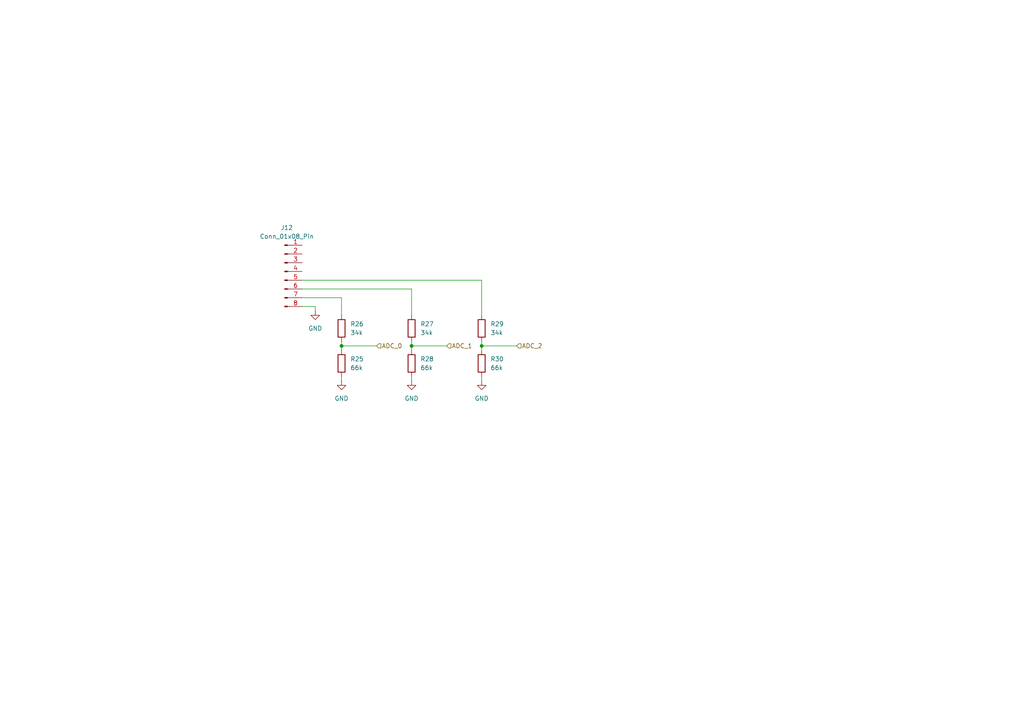
<source format=kicad_sch>
(kicad_sch (version 20250114) (generator "eeschema") (generator_version "9.0")
  (paper "A4")
  (lib_symbols
    (symbol "Connector:Conn_01x08_Pin" (pin_names (offset 1.016) (hide yes))
      (property "Reference" "J" (at 0 10.16 0))
      (property "Value" "Conn_01x08_Pin" (at 0 -12.7 0))
      (symbol "Conn_01x08_Pin_1_1"
        (rectangle (start 0.8636 7.747) (end 0 7.493) (stroke (width 0.1524)) (fill (type outline)))
        (rectangle (start 0.8636 5.207) (end 0 4.953) (stroke (width 0.1524)) (fill (type outline)))
        (rectangle (start 0.8636 2.667) (end 0 2.413) (stroke (width 0.1524)) (fill (type outline)))
        (rectangle (start 0.8636 0.127) (end 0 -0.127) (stroke (width 0.1524)) (fill (type outline)))
        (rectangle (start 0.8636 -2.413) (end 0 -2.667) (stroke (width 0.1524)) (fill (type outline)))
        (rectangle (start 0.8636 -4.953) (end 0 -5.207) (stroke (width 0.1524)) (fill (type outline)))
        (rectangle (start 0.8636 -7.493) (end 0 -7.747) (stroke (width 0.1524)) (fill (type outline)))
        (rectangle (start 0.8636 -10.033) (end 0 -10.287) (stroke (width 0.1524)) (fill (type outline)))
        (polyline (pts (xy 1.27 7.62) (xy 0.8636 7.62)) (stroke (width 0.1524)))
        (polyline (pts (xy 1.27 5.08) (xy 0.8636 5.08)) (stroke (width 0.1524)))
        (polyline (pts (xy 1.27 2.54) (xy 0.8636 2.54)) (stroke (width 0.1524)))
        (polyline (pts (xy 1.27 0) (xy 0.8636 0)) (stroke (width 0.1524)))
        (polyline (pts (xy 1.27 -2.54) (xy 0.8636 -2.54)) (stroke (width 0.1524)))
        (polyline (pts (xy 1.27 -5.08) (xy 0.8636 -5.08)) (stroke (width 0.1524)))
        (polyline (pts (xy 1.27 -7.62) (xy 0.8636 -7.62)) (stroke (width 0.1524)))
        (polyline (pts (xy 1.27 -10.16) (xy 0.8636 -10.16)) (stroke (width 0.1524)))
        (pin passive line (at 5.08 7.62 180) (length 3.81) (name "Pin_1") (number "1"))
        (pin passive line (at 5.08 5.08 180) (length 3.81) (name "Pin_2") (number "2"))
        (pin passive line (at 5.08 2.54 180) (length 3.81) (name "Pin_3") (number "3"))
        (pin passive line (at 5.08 0 180) (length 3.81) (name "Pin_4") (number "4"))
        (pin passive line (at 5.08 -2.54 180) (length 3.81) (name "Pin_5") (number "5"))
        (pin passive line (at 5.08 -5.08 180) (length 3.81) (name "Pin_6") (number "6"))
        (pin passive line (at 5.08 -7.62 180) (length 3.81) (name "Pin_7") (number "7"))
        (pin passive line (at 5.08 -10.16 180) (length 3.81) (name "Pin_8") (number "8"))
      )
    )
    (symbol "Device:R" (pin_numbers (hide yes)) (pin_names (offset 0))
      (property "Reference" "R" (at 2.032 0 90))
      (property "Value" "R" (at 0 0 90))
      (symbol "R_0_1"
        (rectangle (start -1.016 -2.54) (end 1.016 2.54) (stroke (width 0.254)))
      )
      (symbol "R_1_1"
        (pin passive line (at 0 3.81 270) (length 1.27) (name "~") (number "1"))
        (pin passive line (at 0 -3.81 90) (length 1.27) (name "~") (number "2"))
      )
    )
    (symbol "power:GND" (power) (pin_numbers (hide yes)) (pin_names (offset 0) (hide yes))
      (property "Value" "GND" (at 0 -3.81 0))
      (symbol "GND_0_1"
        (polyline (pts (xy 0 0) (xy 0 -1.27) (xy 1.27 -1.27) (xy 0 -2.54) (xy -1.27 -1.27) (xy 0 -1.27)))
      )
      (symbol "GND_1_1"
        (pin power_in line (at 0 0 270) (length 0) (name "~") (number "1"))
      )
    )
  )
  (junction (at 139.7 100.33))
  (junction (at 119.38 100.33))
  (junction (at 99.06 100.33))
  (wire (pts (xy 87.63 81.28) (xy 139.7 81.28)))
  (wire (pts (xy 99.06 110.49) (xy 99.06 109.22)))
  (wire (pts (xy 119.38 99.06) (xy 119.38 100.33)))
  (wire (pts (xy 119.38 83.82) (xy 119.38 91.44)))
  (wire (pts (xy 119.38 110.49) (xy 119.38 109.22)))
  (wire (pts (xy 139.7 99.06) (xy 139.7 100.33)))
  (wire (pts (xy 139.7 110.49) (xy 139.7 109.22)))
  (wire (pts (xy 87.63 86.36) (xy 99.06 86.36)))
  (wire (pts (xy 99.06 100.33) (xy 109.22 100.33)))
  (wire (pts (xy 87.63 88.9) (xy 91.44 88.9)))
  (wire (pts (xy 99.06 99.06) (xy 99.06 100.33)))
  (wire (pts (xy 99.06 91.44) (xy 99.06 86.36)))
  (wire (pts (xy 99.06 100.33) (xy 99.06 101.6)))
  (wire (pts (xy 119.38 100.33) (xy 119.38 101.6)))
  (wire (pts (xy 139.7 81.28) (xy 139.7 91.44)))
  (wire (pts (xy 91.44 88.9) (xy 91.44 90.17)))
  (wire (pts (xy 87.63 83.82) (xy 119.38 83.82)))
  (wire (pts (xy 139.7 100.33) (xy 139.7 101.6)))
  (wire (pts (xy 119.38 100.33) (xy 129.54 100.33)))
  (wire (pts (xy 139.7 100.33) (xy 149.86 100.33)))
  (hierarchical_label "ADC_2" (shape input) (at 149.86 100.33 0))
  (hierarchical_label "ADC_1" (shape input) (at 129.54 100.33 0))
  (hierarchical_label "ADC_0" (shape input) (at 109.22 100.33 0))
  (symbol (lib_id "power:GND") (at 119.38 110.49 0) (unit 1)
    (property "Reference" "#PWR0109" (effects (hide yes)))
    (property "Value" "GND" (at 119.38 115.57 0))
    (property "Description" "Power symbol creates a global label with name \"GND\" , ground" (effects (hide yes)))
  )
  (symbol (lib_id "Device:R") (at 139.7 105.41 0) (unit 1)
    (property "Reference" "R30" (at 142.24 104.1399 0) (effects (justify left)))
    (property "Value" "66k" (at 142.24 106.6799 0) (effects (justify left)))
    (property "Description" "Resistor" (effects (hide yes)))
  )
  (symbol (lib_id "Device:R") (at 139.7 95.25 0) (unit 1)
    (property "Reference" "R29" (at 142.24 93.9799 0) (effects (justify left)))
    (property "Value" "34k" (at 142.24 96.5199 0) (effects (justify left)))
    (property "Description" "Resistor" (effects (hide yes)))
  )
  (symbol (lib_id "Connector:Conn_01x08_Pin") (at 82.55 78.74 0) (unit 1)
    (property "Reference" "J12" (at 83.185 66.04 0))
    (property "Value" "Conn_01x08_Pin" (at 83.185 68.58 0))
    (property "Description" "Generic connector, single row, 01x08, script generated" (effects (hide yes)))
  )
  (symbol (lib_id "power:GND") (at 91.44 90.17 0) (unit 1)
    (property "Reference" "#PWR0107" (effects (hide yes)))
    (property "Value" "GND" (at 91.44 95.25 0))
    (property "Description" "Power symbol creates a global label with name \"GND\" , ground" (effects (hide yes)))
  )
  (symbol (lib_id "Device:R") (at 99.06 95.25 0) (unit 1)
    (property "Reference" "R26" (at 101.6 93.9799 0) (effects (justify left)))
    (property "Value" "34k" (at 101.6 96.5199 0) (effects (justify left)))
    (property "Description" "Resistor" (effects (hide yes)))
  )
  (symbol (lib_id "power:GND") (at 139.7 110.49 0) (unit 1)
    (property "Reference" "#PWR0110" (effects (hide yes)))
    (property "Value" "GND" (at 139.7 115.57 0))
    (property "Description" "Power symbol creates a global label with name \"GND\" , ground" (effects (hide yes)))
  )
  (symbol (lib_id "Device:R") (at 99.06 105.41 0) (unit 1)
    (property "Reference" "R25" (at 101.6 104.1399 0) (effects (justify left)))
    (property "Value" "66k" (at 101.6 106.6799 0) (effects (justify left)))
    (property "Description" "Resistor" (effects (hide yes)))
  )
  (symbol (lib_id "power:GND") (at 99.06 110.49 0) (unit 1)
    (property "Reference" "#PWR0108" (effects (hide yes)))
    (property "Value" "GND" (at 99.06 115.57 0))
    (property "Description" "Power symbol creates a global label with name \"GND\" , ground" (effects (hide yes)))
  )
  (symbol (lib_id "Device:R") (at 119.38 105.41 0) (unit 1)
    (property "Reference" "R28" (at 121.92 104.1399 0) (effects (justify left)))
    (property "Value" "66k" (at 121.92 106.6799 0) (effects (justify left)))
    (property "Description" "Resistor" (effects (hide yes)))
  )
  (symbol (lib_id "Device:R") (at 119.38 95.25 0) (unit 1)
    (property "Reference" "R27" (at 121.92 93.9799 0) (effects (justify left)))
    (property "Value" "34k" (at 121.92 96.5199 0) (effects (justify left)))
    (property "Description" "Resistor" (effects (hide yes)))
  )
)
</source>
